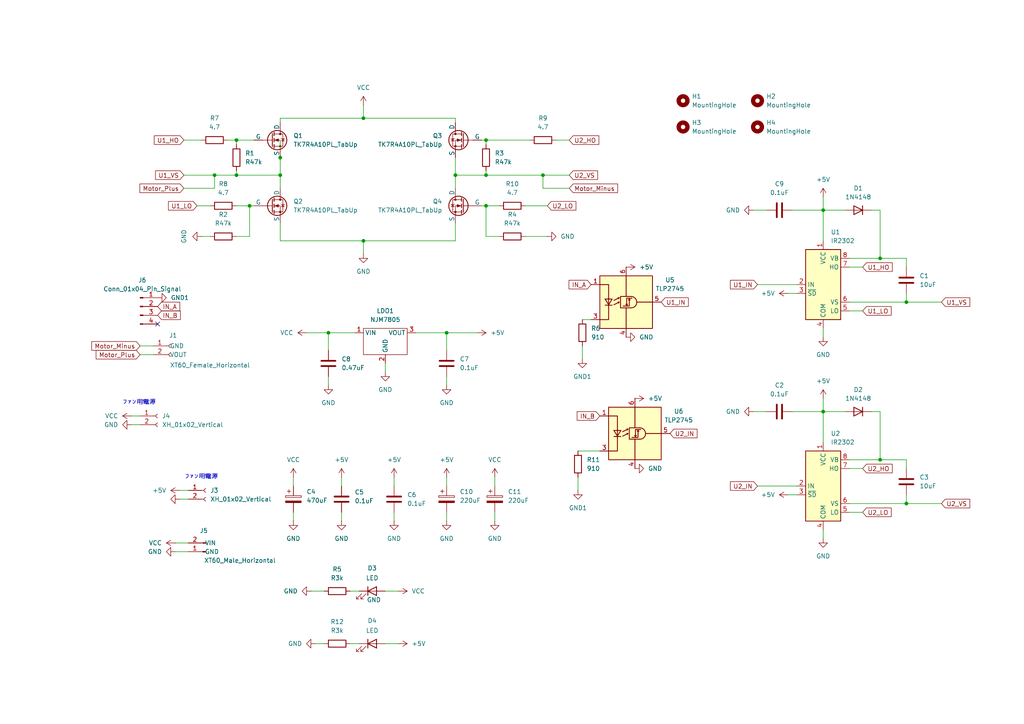
<source format=kicad_sch>
(kicad_sch (version 20250114) (generator "eeschema") (generator_version "9.0")
  (paper "A4")
  (title_block (title "モータードライバ_IR2302") (date "2025-07-11") (rev "1") (company "明治大学オートメーション研究部") (comment 1 "KIM JIWOO") (comment 2 "機械情報工学科"))
  (lib_symbols
    (symbol "00_mylib:1N4148" (pin_numbers (hide yes)) (pin_names (hide yes))
      (property "Reference" "D" (at 0 2.54 0))
      (property "Value" "1N4148" (at 0 -2.54 0))
      (symbol "1N4148_0_1"
        (polyline (pts (xy -1.27 1.27) (xy -1.27 -1.27)) (stroke (width 0.254)))
        (polyline (pts (xy 1.27 1.27) (xy 1.27 -1.27) (xy -1.27 0) (xy 1.27 1.27)) (stroke (width 0.254)))
        (polyline (pts (xy 1.27 0) (xy -1.27 0)))
      )
      (symbol "1N4148_1_1"
        (pin passive line (at -3.81 0 0) (length 2.54) (name "K") (number "1"))
        (pin passive line (at 3.81 0 180) (length 2.54) (name "A") (number "2"))
      )
    )
    (symbol "00_mylib:C2012" (pin_numbers (hide yes)) (pin_names (offset 0.254))
      (property "Reference" "C" (at 0.635 2.54 0))
      (property "Value" "C2012" (at 0.635 -2.54 0))
      (symbol "C2012_0_1"
        (polyline (pts (xy -2.032 0.762) (xy 2.032 0.762)) (stroke (width 0.508)))
        (polyline (pts (xy -2.032 -0.762) (xy 2.032 -0.762)) (stroke (width 0.508)))
      )
      (symbol "C2012_1_1"
        (pin passive line (at 0 3.81 270) (length 2.794) (name "~") (number "1"))
        (pin passive line (at 0 -3.81 90) (length 2.794) (name "~") (number "2"))
      )
    )
    (symbol "00_mylib:C_Polarized" (pin_numbers (hide yes)) (pin_names (offset 0.254))
      (property "Reference" "C" (at 0.635 2.54 0))
      (property "Value" "C_Polarized" (at 0.635 -2.54 0))
      (symbol "C_Polarized_0_1"
        (rectangle (start -2.286 0.508) (end 2.286 1.016))
        (polyline (pts (xy -1.778 2.286) (xy -0.762 2.286)))
        (polyline (pts (xy -1.27 2.794) (xy -1.27 1.778)))
        (rectangle (start 2.286 -0.508) (end -2.286 -1.016) (fill (type outline)))
      )
      (symbol "C_Polarized_1_1"
        (pin passive line (at 0 3.81 270) (length 2.794) (name "~") (number "1"))
        (pin passive line (at 0 -3.81 90) (length 2.794) (name "~") (number "2"))
      )
    )
    (symbol "00_mylib:IR2302"
      (property "Reference" "U" (at 1.27 13.335 0))
      (property "Value" "IR2302" (at 1.27 11.43 0))
      (symbol "IR2302_0_1"
        (rectangle (start -5.08 -10.16) (end 5.08 10.16) (stroke (width 0.254)) (fill (type background)))
      )
      (symbol "IR2302_1_1"
        (pin input line (at -7.62 0 0) (length 2.54) (name "IN") (number "2"))
        (pin input line (at -7.62 -2.54 0) (length 2.54) (name "~{SD}") (number "3"))
        (pin power_in line (at 0 12.7 270) (length 2.54) (name "VCC") (number "1"))
        (pin power_in line (at 0 -12.7 90) (length 2.54) (name "COM") (number "4"))
        (pin passive line (at 7.62 7.62 180) (length 2.54) (name "VB") (number "8"))
        (pin output line (at 7.62 5.08 180) (length 2.54) (name "HO") (number "7"))
        (pin passive line (at 7.62 -5.08 180) (length 2.54) (name "VS") (number "6"))
        (pin output line (at 7.62 -7.62 180) (length 2.54) (name "LO") (number "5"))
      )
    )
    (symbol "00_mylib:NJM7805SDL1"
      (property "Reference" "LDO" (at -0.762 5.334 0))
      (property "Value" "NJM7805" (at -0.254 7.112 0))
      (symbol "NJM7805SDL1_0_1"
        (rectangle (start -6.35 3.81) (end 6.35 -3.81))
      )
      (symbol "NJM7805SDL1_1_1"
        (pin power_in line (at -8.89 2.54 0) (length 2.54) (name "VIN") (number "1"))
        (pin input line (at 0 -6.35 90) (length 2.54) (name "GND") (number "2"))
        (pin power_out line (at 8.89 2.54 180) (length 2.54) (name "VOUT") (number "3"))
      )
    )
    (symbol "00_mylib:R1608" (pin_numbers (hide yes)) (pin_names (offset 0))
      (property "Reference" "R" (at 2.032 0 90))
      (property "Value" "R1608" (at 0 0 90))
      (symbol "R1608_0_1"
        (rectangle (start -1.016 -2.54) (end 1.016 2.54) (stroke (width 0.254)))
      )
      (symbol "R1608_1_1"
        (pin passive line (at 0 3.81 270) (length 1.27) (name "~") (number "1"))
        (pin passive line (at 0 -3.81 90) (length 1.27) (name "~") (number "2"))
      )
    )
    (symbol "00_mylib:TK7R4A10PL" (pin_numbers (hide yes)) (pin_names (offset 0))
      (property "Reference" "Q" (at 5.08 1.27 0))
      (property "Value" "TK7R4A10PL_TabUp" (at 5.08 -1.27 0))
      (symbol "TK7R4A10PL_0_1"
        (polyline (pts (xy 0.254 1.905) (xy 0.254 -1.905)) (stroke (width 0.254)))
        (polyline (pts (xy 0.254 0) (xy -2.54 0)))
        (polyline (pts (xy 0.762 2.286) (xy 0.762 1.27)) (stroke (width 0.254)))
        (polyline (pts (xy 0.762 0.508) (xy 0.762 -0.508)) (stroke (width 0.254)))
        (polyline (pts (xy 0.762 -1.27) (xy 0.762 -2.286)) (stroke (width 0.254)))
        (polyline (pts (xy 0.762 -1.778) (xy 3.302 -1.778) (xy 3.302 1.778) (xy 0.762 1.778)))
        (polyline (pts (xy 1.016 0) (xy 2.032 0.381) (xy 2.032 -0.381) (xy 1.016 0)) (fill (type outline)))
        (circle (center 1.651 0) (radius 2.794) (stroke (width 0.254)))
        (polyline (pts (xy 2.54 2.54) (xy 2.54 1.778)))
        (circle (center 2.54 1.778) (radius 0.254) (fill (type outline)))
        (circle (center 2.54 -1.778) (radius 0.254) (fill (type outline)))
        (polyline (pts (xy 2.54 -2.54) (xy 2.54 0) (xy 0.762 0)))
        (polyline (pts (xy 2.794 0.508) (xy 2.921 0.381) (xy 3.683 0.381) (xy 3.81 0.254)))
        (polyline (pts (xy 3.302 0.381) (xy 2.921 -0.254) (xy 3.683 -0.254) (xy 3.302 0.381)))
      )
      (symbol "TK7R4A10PL_1_1"
        (pin input line (at -5.08 0 0) (length 2.54) (name "G") (number "2"))
        (pin passive line (at 2.54 5.08 270) (length 2.54) (name "D") (number "1"))
        (pin passive line (at 2.54 -5.08 90) (length 2.54) (name "S") (number "3"))
      )
    )
    (symbol "00_mylib:XH_01x02" (pin_names (offset 1.016) (hide yes))
      (property "Reference" "J" (at 0 2.54 0))
      (property "Value" "XH_01x02_Vertical" (at 0 -5.08 0))
      (symbol "XH_01x02_1_1"
        (polyline (pts (xy -1.27 0) (xy -0.508 0)) (stroke (width 0.1524)))
        (polyline (pts (xy -1.27 -2.54) (xy -0.508 -2.54)) (stroke (width 0.1524)))
        (arc (start 0 -0.508) (mid -0.5058 0) (end 0 0.508) (stroke (width 0.1524)))
        (arc (start 0 -3.048) (mid -0.5058 -2.54) (end 0 -2.032) (stroke (width 0.1524)))
        (pin passive line (at -5.08 0 0) (length 3.81) (name "Pin_1") (number "1"))
        (pin passive line (at -5.08 -2.54 0) (length 3.81) (name "Pin_2") (number "2"))
      )
    )
    (symbol "00_mylib:XT60_Female_Horizontal" (pin_names (offset 1.016))
      (property "Reference" "J" (at 0 2.54 0))
      (property "Value" "XT60_Female_Horizontal" (at 0 -5.08 0))
      (symbol "XT60_Female_Horizontal_1_1"
        (polyline (pts (xy -1.27 0) (xy -0.508 0)) (stroke (width 0.1524)))
        (polyline (pts (xy -1.27 -2.54) (xy -0.508 -2.54)) (stroke (width 0.1524)))
        (arc (start 0 -0.508) (mid -0.5058 0) (end 0 0.508) (stroke (width 0.1524)))
        (arc (start 0 -3.048) (mid -0.5058 -2.54) (end 0 -2.032) (stroke (width 0.1524)))
        (pin passive line (at -5.08 0 0) (length 3.81) (name "GND") (number "1"))
        (pin power_in line (at -5.08 -2.54 0) (length 3.81) (name "VOUT") (number "2"))
      )
    )
    (symbol "00_mylib:XT60_Male_Horizontal" (pin_names (offset 1.016))
      (property "Reference" "J" (at 0 2.54 0))
      (property "Value" "XT60_Male_Horizontal" (at 0 -5.08 0))
      (symbol "XT60_Male_Horizontal_1_1"
        (rectangle (start 0.8636 0.127) (end 0 -0.127) (stroke (width 0.1524)) (fill (type outline)))
        (rectangle (start 0.8636 -2.413) (end 0 -2.667) (stroke (width 0.1524)) (fill (type outline)))
        (polyline (pts (xy 1.27 0) (xy 0.8636 0)) (stroke (width 0.1524)))
        (polyline (pts (xy 1.27 -2.54) (xy 0.8636 -2.54)) (stroke (width 0.1524)))
        (pin passive line (at 5.08 0 180) (length 3.81) (name "GND") (number "1"))
        (pin power_out line (at 5.08 -2.54 180) (length 3.81) (name "VIN") (number "2"))
      )
    )
    (symbol "Connector:Conn_01x04_Pin" (pin_names (offset 1.016) (hide yes))
      (property "Reference" "J" (at 0 5.08 0))
      (property "Value" "Conn_01x04_Pin" (at 0 -7.62 0))
      (symbol "Conn_01x04_Pin_1_1"
        (rectangle (start 0.8636 2.667) (end 0 2.413) (stroke (width 0.1524)) (fill (type outline)))
        (rectangle (start 0.8636 0.127) (end 0 -0.127) (stroke (width 0.1524)) (fill (type outline)))
        (rectangle (start 0.8636 -2.413) (end 0 -2.667) (stroke (width 0.1524)) (fill (type outline)))
        (rectangle (start 0.8636 -4.953) (end 0 -5.207) (stroke (width 0.1524)) (fill (type outline)))
        (polyline (pts (xy 1.27 2.54) (xy 0.8636 2.54)) (stroke (width 0.1524)))
        (polyline (pts (xy 1.27 0) (xy 0.8636 0)) (stroke (width 0.1524)))
        (polyline (pts (xy 1.27 -2.54) (xy 0.8636 -2.54)) (stroke (width 0.1524)))
        (polyline (pts (xy 1.27 -5.08) (xy 0.8636 -5.08)) (stroke (width 0.1524)))
        (pin passive line (at 5.08 2.54 180) (length 3.81) (name "Pin_1") (number "1"))
        (pin passive line (at 5.08 0 180) (length 3.81) (name "Pin_2") (number "2"))
        (pin passive line (at 5.08 -2.54 180) (length 3.81) (name "Pin_3") (number "3"))
        (pin passive line (at 5.08 -5.08 180) (length 3.81) (name "Pin_4") (number "4"))
      )
    )
    (symbol "Device:LED" (pin_numbers (hide yes)) (pin_names (offset 1.016) (hide yes))
      (property "Reference" "D" (at 0 2.54 0))
      (property "Value" "LED" (at 0 -2.54 0))
      (symbol "LED_0_1"
        (polyline (pts (xy -3.048 -0.762) (xy -4.572 -2.286) (xy -3.81 -2.286) (xy -4.572 -2.286) (xy -4.572 -1.524)))
        (polyline (pts (xy -1.778 -0.762) (xy -3.302 -2.286) (xy -2.54 -2.286) (xy -3.302 -2.286) (xy -3.302 -1.524)))
        (polyline (pts (xy -1.27 0) (xy 1.27 0)))
        (polyline (pts (xy -1.27 -1.27) (xy -1.27 1.27)) (stroke (width 0.254)))
        (polyline (pts (xy 1.27 -1.27) (xy 1.27 1.27) (xy -1.27 0) (xy 1.27 -1.27)) (stroke (width 0.254)))
      )
      (symbol "LED_1_1"
        (pin passive line (at -3.81 0 0) (length 2.54) (name "K") (number "1"))
        (pin passive line (at 3.81 0 180) (length 2.54) (name "A") (number "2"))
      )
    )
    (symbol "Isolator:TLP2745" (pin_names (offset 1.016) (hide yes))
      (property "Reference" "U" (at -7.112 8.89 0))
      (property "Value" "TLP2745" (at 1.016 9.144 0))
      (symbol "TLP2745_0_1"
        (rectangle (start -7.62 7.62) (end 7.62 -7.62) (stroke (width 0.254)) (fill (type background)))
        (polyline (pts (xy -7.62 -5.08) (xy -5.08 -5.08) (xy -5.08 -1.27)) (stroke (width 0.254)))
        (polyline (pts (xy -6.096 0.889) (xy -4.064 0.889) (xy -5.08 -0.762) (xy -6.096 0.889)) (stroke (width 0.254)))
        (polyline (pts (xy -6.096 -0.889) (xy -4.064 -0.889)) (stroke (width 0.254)))
        (polyline (pts (xy -5.08 1.27) (xy -5.08 0.9144)) (stroke (width 0.254)))
        (polyline (pts (xy -5.08 1.27) (xy -5.08 5.08) (xy -7.62 5.08)) (stroke (width 0.254)))
        (polyline (pts (xy -5.08 1.016) (xy -5.08 -0.762)) (stroke (width 0.254)))
        (polyline (pts (xy -5.08 -1.27) (xy -5.08 -0.9144)) (stroke (width 0.254)))
        (polyline (pts (xy -3.556 0.508) (xy -2.032 1.27)) (stroke (width 0.254)))
        (polyline (pts (xy -3.556 -0.762) (xy -2.032 0)) (stroke (width 0.254)))
        (polyline (pts (xy -2.032 1.27) (xy -2.3368 1.3208)) (stroke (width 0.254)))
        (polyline (pts (xy -2.032 1.27) (xy -2.1844 0.9652)) (stroke (width 0.254)))
        (polyline (pts (xy -2.032 0) (xy -2.3368 0.0508)) (stroke (width 0.254)))
        (polyline (pts (xy -2.032 0) (xy -2.1844 -0.3048)) (stroke (width 0.254)))
        (polyline (pts (xy 0 7.5946) (xy 0 1.7018)) (stroke (width 0.254)))
        (polyline (pts (xy 0 -7.62) (xy 0 -1.651)) (stroke (width 0.254)))
        (polyline (pts (xy 0.1524 -0.889) (xy -0.1016 -0.635) (xy 0.4064 -0.635)) (stroke (width 0.254)))
        (polyline (pts (xy 0.9144 0.889) (xy 0.9144 -1.143) (xy -0.8636 -1.143)) (stroke (width 0.254)))
        (polyline (pts (xy 0.9144 0.889) (xy 0.6604 0.635) (xy 1.1684 0.635) (xy 0.9144 0.889)) (stroke (width 0.254)))
        (arc (start 1.4224 1.651) (mid 2.5738 1.1514) (end 3.0734 0) (stroke (width 0.254)))
        (polyline (pts (xy 1.4224 1.651) (xy -1.6256 1.651) (xy -1.6256 -1.651) (xy 1.4224 -1.651)) (stroke (width 0.254)))
        (arc (start 3.0734 0) (mid 2.6076 -1.1853) (end 1.4224 -1.651) (stroke (width 0.254)))
        (polyline (pts (xy 1.6764 1.143) (xy 0.1524 1.143) (xy 0.1524 -0.889) (xy 0.4064 -0.635)) (stroke (width 0.254)))
        (polyline (pts (xy 7.5946 0) (xy 3.0734 0)) (stroke (width 0.254)))
      )
      (symbol "TLP2745_1_1"
        (pin passive line (at -10.16 5.08 0) (length 2.54) (name "A") (number "1"))
        (pin passive line (at -10.16 -5.08 0) (length 2.54) (name "K") (number "3"))
        (pin no_connect line (at -7.62 0 0) (length 2.54) (hide yes) (name "NC") (number "2"))
        (pin power_in line (at 0 10.16 270) (length 2.54) (name "VDD") (number "6"))
        (pin power_in line (at 0 -10.16 90) (length 2.54) (name "GND") (number "4"))
        (pin output line (at 10.16 0 180) (length 2.54) (name "VO") (number "5"))
      )
    )
    (symbol "Mechanical:MountingHole" (pin_names (offset 1.016)) (in_bom no)
      (property "Reference" "H" (at 0 5.08 0))
      (property "Value" "MountingHole" (at 0 3.175 0))
      (symbol "MountingHole_0_1"
        (circle (center 0 0) (radius 1.27) (stroke (width 1.27)))
      )
    )
    (symbol "power:+5V" (power) (pin_numbers (hide yes)) (pin_names (offset 0) (hide yes))
      (property "Value" "+5V" (at 0 3.556 0))
      (symbol "+5V_0_1"
        (polyline (pts (xy -0.762 1.27) (xy 0 2.54)))
        (polyline (pts (xy 0 2.54) (xy 0.762 1.27)))
        (polyline (pts (xy 0 0) (xy 0 2.54)))
      )
      (symbol "+5V_1_1"
        (pin power_in line (at 0 0 90) (length 0) (name "~") (number "1"))
      )
    )
    (symbol "power:GND" (power) (pin_numbers (hide yes)) (pin_names (offset 0) (hide yes))
      (property "Value" "GND" (at 0 -3.81 0))
      (symbol "GND_0_1"
        (polyline (pts (xy 0 0) (xy 0 -1.27) (xy 1.27 -1.27) (xy 0 -2.54) (xy -1.27 -1.27) (xy 0 -1.27)))
      )
      (symbol "GND_1_1"
        (pin power_in line (at 0 0 270) (length 0) (name "~") (number "1"))
      )
    )
    (symbol "power:GND1" (power) (pin_numbers (hide yes)) (pin_names (offset 0) (hide yes))
      (property "Value" "GND1" (at 0 -3.81 0))
      (symbol "GND1_0_1"
        (polyline (pts (xy 0 0) (xy 0 -1.27) (xy 1.27 -1.27) (xy 0 -2.54) (xy -1.27 -1.27) (xy 0 -1.27)))
      )
      (symbol "GND1_1_1"
        (pin power_in line (at 0 0 270) (length 0) (name "~") (number "1"))
      )
    )
    (symbol "power:VCC" (power) (pin_numbers (hide yes)) (pin_names (offset 0) (hide yes))
      (property "Value" "VCC" (at 0 3.556 0))
      (symbol "VCC_0_1"
        (polyline (pts (xy -0.762 1.27) (xy 0 2.54)))
        (polyline (pts (xy 0 2.54) (xy 0.762 1.27)))
        (polyline (pts (xy 0 0) (xy 0 2.54)))
      )
      (symbol "VCC_1_1"
        (pin power_in line (at 0 0 90) (length 0) (name "~") (number "1"))
      )
    )
  )
  (text "ファン用電源" (at 40.386 116.84 0) (effects (font (size 1.27 1.27))))
  (text "ファン用電源" (at 58.42 138.43 0) (effects (font (size 1.27 1.27))))
  (junction (at 238.76 60.96))
  (junction (at 129.54 96.52))
  (junction (at 140.97 50.8))
  (junction (at 68.58 50.8))
  (junction (at 262.89 87.63))
  (junction (at 262.89 146.05))
  (junction (at 132.08 50.8))
  (junction (at 157.48 50.8))
  (junction (at 255.27 133.35))
  (junction (at 81.28 45.72))
  (junction (at 62.23 50.8))
  (junction (at 140.97 40.64))
  (junction (at 72.39 59.69))
  (junction (at 255.27 74.93))
  (junction (at 238.76 119.38))
  (junction (at 105.41 69.85))
  (junction (at 68.58 40.64))
  (junction (at 140.97 59.69))
  (junction (at 95.25 96.52))
  (junction (at 105.41 34.29))
  (junction (at 81.28 50.8))
  (no_connect (at 45.72 93.98))
  (wire (pts (xy 111.76 171.45) (xy 115.57 171.45)))
  (wire (pts (xy 246.38 135.89) (xy 250.19 135.89)))
  (wire (pts (xy 52.07 142.24) (xy 54.61 142.24)))
  (wire (pts (xy 140.97 41.91) (xy 140.97 40.64)))
  (wire (pts (xy 120.65 96.52) (xy 129.54 96.52)))
  (wire (pts (xy 262.89 143.51) (xy 262.89 146.05)))
  (wire (pts (xy 72.39 59.69) (xy 73.66 59.69)))
  (wire (pts (xy 60.96 68.58) (xy 58.42 68.58)))
  (wire (pts (xy 262.89 135.89) (xy 262.89 133.35)))
  (wire (pts (xy 99.06 138.43) (xy 99.06 140.97)))
  (wire (pts (xy 238.76 119.38) (xy 245.11 119.38)))
  (wire (pts (xy 129.54 96.52) (xy 129.54 101.6)))
  (wire (pts (xy 238.76 95.25) (xy 238.76 97.79)))
  (wire (pts (xy 50.8 157.48) (xy 54.61 157.48)))
  (wire (pts (xy 139.7 40.64) (xy 140.97 40.64)))
  (wire (pts (xy 68.58 50.8) (xy 81.28 50.8)))
  (wire (pts (xy 262.89 74.93) (xy 255.27 74.93)))
  (wire (pts (xy 168.91 92.71) (xy 171.45 92.71)))
  (wire (pts (xy 53.34 40.64) (xy 58.42 40.64)))
  (wire (pts (xy 255.27 119.38) (xy 255.27 133.35)))
  (wire (pts (xy 101.6 171.45) (xy 104.14 171.45)))
  (wire (pts (xy 161.29 40.64) (xy 165.1 40.64)))
  (wire (pts (xy 262.89 146.05) (xy 273.05 146.05)))
  (wire (pts (xy 85.09 148.59) (xy 85.09 151.13)))
  (wire (pts (xy 62.23 54.61) (xy 62.23 50.8)))
  (wire (pts (xy 52.07 144.78) (xy 54.61 144.78)))
  (wire (pts (xy 88.9 96.52) (xy 95.25 96.52)))
  (wire (pts (xy 81.28 40.64) (xy 81.28 45.72)))
  (wire (pts (xy 262.89 133.35) (xy 255.27 133.35)))
  (wire (pts (xy 68.58 40.64) (xy 68.58 41.91)))
  (wire (pts (xy 68.58 40.64) (xy 73.66 40.64)))
  (wire (pts (xy 129.54 138.43) (xy 129.54 140.97)))
  (wire (pts (xy 81.28 34.29) (xy 105.41 34.29)))
  (wire (pts (xy 238.76 60.96) (xy 238.76 69.85)))
  (wire (pts (xy 85.09 138.43) (xy 85.09 140.97)))
  (wire (pts (xy 167.64 138.43) (xy 167.64 142.24)))
  (wire (pts (xy 218.44 60.96) (xy 222.25 60.96)))
  (wire (pts (xy 105.41 30.48) (xy 105.41 34.29)))
  (wire (pts (xy 38.1 123.19) (xy 40.64 123.19)))
  (wire (pts (xy 132.08 34.29) (xy 132.08 35.56)))
  (wire (pts (xy 38.1 120.65) (xy 40.64 120.65)))
  (wire (pts (xy 140.97 40.64) (xy 153.67 40.64)))
  (wire (pts (xy 255.27 60.96) (xy 255.27 74.93)))
  (wire (pts (xy 262.89 77.47) (xy 262.89 74.93)))
  (wire (pts (xy 114.3 138.43) (xy 114.3 140.97)))
  (wire (pts (xy 50.8 160.02) (xy 54.61 160.02)))
  (wire (pts (xy 114.3 148.59) (xy 114.3 151.13)))
  (wire (pts (xy 262.89 146.05) (xy 246.38 146.05)))
  (wire (pts (xy 252.73 60.96) (xy 255.27 60.96)))
  (wire (pts (xy 105.41 69.85) (xy 105.41 73.66)))
  (wire (pts (xy 53.34 50.8) (xy 62.23 50.8)))
  (wire (pts (xy 219.71 140.97) (xy 231.14 140.97)))
  (wire (pts (xy 157.48 50.8) (xy 165.1 50.8)))
  (wire (pts (xy 229.87 60.96) (xy 238.76 60.96)))
  (wire (pts (xy 152.4 59.69) (xy 158.75 59.69)))
  (wire (pts (xy 262.89 87.63) (xy 246.38 87.63)))
  (wire (pts (xy 238.76 115.57) (xy 238.76 119.38)))
  (wire (pts (xy 91.44 186.69) (xy 93.98 186.69)))
  (wire (pts (xy 40.64 102.87) (xy 44.45 102.87)))
  (wire (pts (xy 132.08 64.77) (xy 132.08 69.85)))
  (wire (pts (xy 95.25 96.52) (xy 102.87 96.52)))
  (wire (pts (xy 72.39 68.58) (xy 72.39 59.69)))
  (wire (pts (xy 40.64 100.33) (xy 44.45 100.33)))
  (wire (pts (xy 132.08 50.8) (xy 140.97 50.8)))
  (wire (pts (xy 238.76 60.96) (xy 245.11 60.96)))
  (wire (pts (xy 132.08 45.72) (xy 132.08 50.8)))
  (wire (pts (xy 140.97 50.8) (xy 157.48 50.8)))
  (wire (pts (xy 246.38 133.35) (xy 255.27 133.35)))
  (wire (pts (xy 129.54 96.52) (xy 138.43 96.52)))
  (wire (pts (xy 111.76 105.41) (xy 111.76 107.95)))
  (wire (pts (xy 81.28 45.72) (xy 81.28 50.8)))
  (wire (pts (xy 81.28 50.8) (xy 81.28 54.61)))
  (wire (pts (xy 246.38 90.17) (xy 250.19 90.17)))
  (wire (pts (xy 81.28 69.85) (xy 105.41 69.85)))
  (wire (pts (xy 105.41 34.29) (xy 132.08 34.29)))
  (wire (pts (xy 95.25 109.22) (xy 95.25 111.76)))
  (wire (pts (xy 68.58 49.53) (xy 68.58 50.8)))
  (wire (pts (xy 246.38 74.93) (xy 255.27 74.93)))
  (wire (pts (xy 140.97 59.69) (xy 144.78 59.69)))
  (wire (pts (xy 81.28 35.56) (xy 81.28 34.29)))
  (wire (pts (xy 238.76 57.15) (xy 238.76 60.96)))
  (wire (pts (xy 143.51 148.59) (xy 143.51 151.13)))
  (wire (pts (xy 246.38 77.47) (xy 250.19 77.47)))
  (wire (pts (xy 228.6 85.09) (xy 231.14 85.09)))
  (wire (pts (xy 143.51 138.43) (xy 143.51 140.97)))
  (wire (pts (xy 228.6 143.51) (xy 231.14 143.51)))
  (wire (pts (xy 62.23 50.8) (xy 68.58 50.8)))
  (wire (pts (xy 157.48 54.61) (xy 157.48 50.8)))
  (wire (pts (xy 53.34 54.61) (xy 62.23 54.61)))
  (wire (pts (xy 101.6 186.69) (xy 104.14 186.69)))
  (wire (pts (xy 246.38 148.59) (xy 250.19 148.59)))
  (wire (pts (xy 139.7 59.69) (xy 140.97 59.69)))
  (wire (pts (xy 218.44 119.38) (xy 222.25 119.38)))
  (wire (pts (xy 57.15 59.69) (xy 60.96 59.69)))
  (wire (pts (xy 140.97 68.58) (xy 144.78 68.58)))
  (wire (pts (xy 165.1 54.61) (xy 157.48 54.61)))
  (wire (pts (xy 99.06 148.59) (xy 99.06 151.13)))
  (wire (pts (xy 262.89 87.63) (xy 273.05 87.63)))
  (wire (pts (xy 229.87 119.38) (xy 238.76 119.38)))
  (wire (pts (xy 68.58 59.69) (xy 72.39 59.69)))
  (wire (pts (xy 140.97 68.58) (xy 140.97 59.69)))
  (wire (pts (xy 111.76 186.69) (xy 115.57 186.69)))
  (wire (pts (xy 132.08 50.8) (xy 132.08 54.61)))
  (wire (pts (xy 252.73 119.38) (xy 255.27 119.38)))
  (wire (pts (xy 81.28 64.77) (xy 81.28 69.85)))
  (wire (pts (xy 167.64 130.81) (xy 173.99 130.81)))
  (wire (pts (xy 90.17 171.45) (xy 93.98 171.45)))
  (wire (pts (xy 262.89 85.09) (xy 262.89 87.63)))
  (wire (pts (xy 238.76 153.67) (xy 238.76 156.21)))
  (wire (pts (xy 152.4 68.58) (xy 158.75 68.58)))
  (wire (pts (xy 105.41 69.85) (xy 132.08 69.85)))
  (wire (pts (xy 66.04 40.64) (xy 68.58 40.64)))
  (wire (pts (xy 140.97 49.53) (xy 140.97 50.8)))
  (wire (pts (xy 219.71 82.55) (xy 231.14 82.55)))
  (wire (pts (xy 129.54 109.22) (xy 129.54 111.76)))
  (wire (pts (xy 129.54 148.59) (xy 129.54 151.13)))
  (wire (pts (xy 68.58 68.58) (xy 72.39 68.58)))
  (wire (pts (xy 95.25 96.52) (xy 95.25 101.6)))
  (wire (pts (xy 238.76 119.38) (xy 238.76 128.27)))
  (wire (pts (xy 168.91 100.33) (xy 168.91 104.14)))
  (global_label "U2_IN" (shape input) (at 219.71 140.97 180) (property "Intersheetrefs" "${INTERSHEET_REFS}" (effects (hide yes))))
  (global_label "IN_A" (shape input) (at 45.72 88.9 0) (property "Intersheetrefs" "${INTERSHEET_REFS}" (effects (hide yes))))
  (global_label "Motor_Plus" (shape input) (at 40.64 102.87 180) (property "Intersheetrefs" "${INTERSHEET_REFS}" (effects (hide yes))))
  (global_label "U1_IN" (shape input) (at 191.77 87.63 0) (property "Intersheetrefs" "${INTERSHEET_REFS}" (effects (hide yes))))
  (global_label "Motor_Minus" (shape input) (at 40.64 100.33 180) (property "Intersheetrefs" "${INTERSHEET_REFS}" (effects (hide yes))))
  (global_label "IN_A" (shape input) (at 171.45 82.55 180) (property "Intersheetrefs" "${INTERSHEET_REFS}" (effects (hide yes))))
  (global_label "U2_VS" (shape input) (at 273.05 146.05 0) (property "Intersheetrefs" "${INTERSHEET_REFS}" (effects (hide yes))))
  (global_label "U1_IN" (shape input) (at 219.71 82.55 180) (property "Intersheetrefs" "${INTERSHEET_REFS}" (effects (hide yes))))
  (global_label "U2_VS" (shape input) (at 165.1 50.8 0) (property "Intersheetrefs" "${INTERSHEET_REFS}" (effects (hide yes))))
  (global_label "Motor_Minus" (shape input) (at 165.1 54.61 0) (property "Intersheetrefs" "${INTERSHEET_REFS}" (effects (hide yes))))
  (global_label "Motor_Plus" (shape input) (at 53.34 54.61 180) (property "Intersheetrefs" "${INTERSHEET_REFS}" (effects (hide yes))))
  (global_label "U1_HO" (shape input) (at 53.34 40.64 180) (property "Intersheetrefs" "${INTERSHEET_REFS}" (effects (hide yes))))
  (global_label "U2_IN" (shape input) (at 194.31 125.73 0) (property "Intersheetrefs" "${INTERSHEET_REFS}" (effects (hide yes))))
  (global_label "U1_LO" (shape input) (at 250.19 90.17 0) (property "Intersheetrefs" "${INTERSHEET_REFS}" (effects (hide yes))))
  (global_label "U2_LO" (shape input) (at 250.19 148.59 0) (property "Intersheetrefs" "${INTERSHEET_REFS}" (effects (hide yes))))
  (global_label "U2_LO" (shape input) (at 158.75 59.69 0) (property "Intersheetrefs" "${INTERSHEET_REFS}" (effects (hide yes))))
  (global_label "U1_HO" (shape input) (at 250.19 77.47 0) (property "Intersheetrefs" "${INTERSHEET_REFS}" (effects (hide yes))))
  (global_label "U2_HO" (shape input) (at 250.19 135.89 0) (property "Intersheetrefs" "${INTERSHEET_REFS}" (effects (hide yes))))
  (global_label "U1_LO" (shape input) (at 57.15 59.69 180) (property "Intersheetrefs" "${INTERSHEET_REFS}" (effects (hide yes))))
  (global_label "U1_VS" (shape input) (at 53.34 50.8 180) (property "Intersheetrefs" "${INTERSHEET_REFS}" (effects (hide yes))))
  (global_label "IN_B" (shape input) (at 45.72 91.44 0) (property "Intersheetrefs" "${INTERSHEET_REFS}" (effects (hide yes))))
  (global_label "U2_HO" (shape input) (at 165.1 40.64 0) (property "Intersheetrefs" "${INTERSHEET_REFS}" (effects (hide yes))))
  (global_label "U1_VS" (shape input) (at 273.05 87.63 0) (property "Intersheetrefs" "${INTERSHEET_REFS}" (effects (hide yes))))
  (global_label "IN_B" (shape input) (at 173.99 120.65 180) (property "Intersheetrefs" "${INTERSHEET_REFS}" (effects (hide yes))))
  (symbol (lib_id "power:GND") (at 129.54 111.76 0) (unit 1)
    (property "Reference" "#PWR032" (effects (hide yes)))
    (property "Value" "GND" (at 129.54 116.84 0))
    (property "Description" "Power symbol creates a global label with name \"GND\" , ground" (effects (hide yes)))
  )
  (symbol (lib_id "power:GND") (at 184.15 135.89 90) (unit 1)
    (property "Reference" "#PWR042" (effects (hide yes)))
    (property "Value" "GND" (at 187.96 135.8899 90) (effects (justify right)))
    (property "Description" "Power symbol creates a global label with name \"GND\" , ground" (effects (hide yes)))
  )
  (symbol (lib_id "Device:LED") (at 107.95 171.45 0) (unit 1)
    (property "Reference" "D3" (at 107.95 164.7825 0))
    (property "Value" "LED" (at 107.95 167.64 0))
    (property "Footprint" "Diode_SMD:D_0603_1608Metric_Pad1.05x0.95mm_HandSolder" (effects (hide yes)))
    (property "Description" "Light emitting diode" (effects (hide yes)))
    (property "Sim.Pins" "1=K 2=A" (effects (hide yes)))
  )
  (symbol (lib_id "power:GND") (at 50.8 160.02 270) (unit 1)
    (property "Reference" "#PWR040" (effects (hide yes)))
    (property "Value" "GND" (at 46.99 160.0199 90) (effects (justify right)))
    (property "Description" "Power symbol creates a global label with name \"GND\" , ground" (effects (hide yes)))
  )
  (symbol (lib_id "power:+5V") (at 184.15 115.57 270) (unit 1)
    (property "Reference" "#PWR016" (effects (hide yes)))
    (property "Value" "+5V" (at 187.96 115.5699 90) (effects (justify left)))
    (property "Description" "Power symbol creates a global label with name \"+5V\"" (effects (hide yes)))
  )
  (symbol (lib_id "power:GND") (at 85.09 151.13 0) (unit 1)
    (property "Reference" "#PWR034" (effects (hide yes)))
    (property "Value" "GND" (at 85.09 156.21 0))
    (property "Description" "Power symbol creates a global label with name \"GND\" , ground" (effects (hide yes)))
  )
  (symbol (lib_id "power:+5V") (at 114.3 138.43 0) (unit 1)
    (property "Reference" "#PWR029" (effects (hide yes)))
    (property "Value" "+5V" (at 114.3 133.35 0))
    (property "Description" "Power symbol creates a global label with name \"+5V\"" (effects (hide yes)))
  )
  (symbol (lib_id "power:GND") (at 143.51 151.13 0) (unit 1)
    (property "Reference" "#PWR036" (effects (hide yes)))
    (property "Value" "GND" (at 143.51 156.21 0))
    (property "Description" "Power symbol creates a global label with name \"GND\" , ground" (effects (hide yes)))
  )
  (symbol (lib_id "00_mylib:R1608") (at 157.48 40.64 90) (unit 1)
    (property "Reference" "R9" (at 157.48 34.29 90))
    (property "Value" "4.7" (at 157.48 36.83 90))
    (property "Footprint" "Resistor_SMD:R_0603_1608Metric_Pad0.98x0.95mm_HandSolder" (effects (hide yes)))
    (property "Description" "Resistor" (effects (hide yes)))
  )
  (symbol (lib_id "power:VCC") (at 88.9 96.52 90) (unit 1)
    (property "Reference" "#PWR01" (effects (hide yes)))
    (property "Value" "VCC" (at 85.09 96.5199 90) (effects (justify left)))
    (property "Description" "Power symbol creates a global label with name \"VCC\"" (effects (hide yes)))
  )
  (symbol (lib_id "power:GND") (at 181.61 97.79 90) (unit 1)
    (property "Reference" "#PWR028" (effects (hide yes)))
    (property "Value" "GND" (at 185.42 97.7899 90) (effects (justify right)))
    (property "Description" "Power symbol creates a global label with name \"GND\" , ground" (effects (hide yes)))
  )
  (symbol (lib_id "power:GND") (at 90.17 171.45 270) (unit 1)
    (property "Reference" "#PWR022" (effects (hide yes)))
    (property "Value" "GND" (at 86.36 171.4499 90) (effects (justify right)))
    (property "Description" "Power symbol creates a global label with name \"GND\" , ground" (effects (hide yes)))
  )
  (symbol (lib_id "00_mylib:R1608") (at 97.79 186.69 90) (unit 1)
    (property "Reference" "R12" (at 97.79 180.34 90))
    (property "Value" "R3k" (at 97.79 182.88 90))
    (property "Footprint" "Resistor_SMD:R_0603_1608Metric_Pad0.98x0.95mm_HandSolder" (effects (hide yes)))
    (property "Description" "Resistor" (effects (hide yes)))
  )
  (symbol (lib_id "power:+5V") (at 238.76 115.57 0) (unit 1)
    (property "Reference" "#PWR010" (effects (hide yes)))
    (property "Value" "+5V" (at 238.76 110.49 0))
    (property "Description" "Power symbol creates a global label with name \"+5V\"" (effects (hide yes)))
  )
  (symbol (lib_id "power:VCC") (at 105.41 30.48 0) (unit 1)
    (property "Reference" "#PWR012" (effects (hide yes)))
    (property "Value" "VCC" (at 105.41 25.4 0))
    (property "Description" "Power symbol creates a global label with name \"VCC\"" (effects (hide yes)))
  )
  (symbol (lib_id "00_mylib:R1608") (at 168.91 96.52 180) (unit 1)
    (property "Reference" "R6" (at 171.45 95.2499 0) (effects (justify right)))
    (property "Value" "910" (at 171.45 97.7899 0) (effects (justify right)))
    (property "Footprint" "Resistor_SMD:R_0603_1608Metric_Pad0.98x0.95mm_HandSolder" (effects (hide yes)))
    (property "Description" "Resistor" (effects (hide yes)))
  )
  (symbol (lib_id "00_mylib:NJM7805SDL1") (at 111.76 99.06 0) (unit 1)
    (property "Reference" "LDO1" (at 111.76 90.17 0))
    (property "Value" "NJM7805" (at 111.76 92.71 0))
    (property "Footprint" "Package_TO_SOT_SMD:TO-252-2" (effects (hide yes)))
  )
  (symbol (lib_id "00_mylib:XH_01x02") (at 59.69 142.24 0) (unit 1)
    (property "Reference" "J3" (at 60.96 142.2399 0) (effects (justify left)))
    (property "Value" "XH_01x02_Vertical" (at 60.96 144.7799 0) (effects (justify left)))
    (property "Footprint" "Connector_JST:JST_XH_S2B-XH-A_1x02_P2.50mm_Horizontal" (effects (hide yes)))
    (property "Description" "Generic connector, single row, 01x02, script generated" (effects (hide yes)))
  )
  (symbol (lib_id "power:GND1") (at 45.72 86.36 90) (mirror x) (unit 1)
    (property "Reference" "#PWR041" (effects (hide yes)))
    (property "Value" "GND1" (at 49.53 86.3599 90) (effects (justify right)))
    (property "Description" "Power symbol creates a global label with name \"GND1\" , ground" (effects (hide yes)))
  )
  (symbol (lib_id "00_mylib:C2012") (at 262.89 81.28 0) (unit 1)
    (property "Reference" "C1" (at 266.7 80.0099 0) (effects (justify left)))
    (property "Value" "10uF" (at 266.7 82.5499 0) (effects (justify left)))
    (property "Footprint" "Capacitor_SMD:C_0805_2012Metric_Pad1.18x1.45mm_HandSolder" (effects (hide yes)))
    (property "Description" "Unpolarized capacitor" (effects (hide yes)))
  )
  (symbol (lib_id "00_mylib:C2012") (at 129.54 105.41 180) (unit 1)
    (property "Reference" "C7" (at 133.35 104.1399 0) (effects (justify right)))
    (property "Value" "0.1uF" (at 133.35 106.6799 0) (effects (justify right)))
    (property "Footprint" "Capacitor_SMD:C_0805_2012Metric_Pad1.18x1.45mm_HandSolder" (effects (hide yes)))
    (property "Description" "Unpolarized capacitor" (effects (hide yes)))
  )
  (symbol (lib_id "power:GND") (at 114.3 151.13 0) (unit 1)
    (property "Reference" "#PWR030" (effects (hide yes)))
    (property "Value" "GND" (at 114.3 156.21 0))
    (property "Description" "Power symbol creates a global label with name \"GND\" , ground" (effects (hide yes)))
  )
  (symbol (lib_id "00_mylib:C2012") (at 262.89 139.7 0) (unit 1)
    (property "Reference" "C3" (at 266.7 138.4299 0) (effects (justify left)))
    (property "Value" "10uF" (at 266.7 140.9699 0) (effects (justify left)))
    (property "Footprint" "Capacitor_SMD:C_0805_2012Metric_Pad1.18x1.45mm_HandSolder" (effects (hide yes)))
    (property "Description" "Unpolarized capacitor" (effects (hide yes)))
  )
  (symbol (lib_id "Mechanical:MountingHole") (at 198.12 36.83 0) (unit 1) (in_bom no)
    (property "Reference" "H3" (at 200.66 35.5599 0) (effects (justify left)))
    (property "Value" "MountingHole" (at 200.66 38.0999 0) (effects (justify left)))
    (property "Footprint" "MountingHole:MountingHole_3.2mm_M3" (effects (hide yes)))
    (property "Description" "Mounting Hole without connection" (effects (hide yes)))
  )
  (symbol (lib_id "power:GND") (at 58.42 68.58 270) (unit 1)
    (property "Reference" "#PWR014" (effects (hide yes)))
    (property "Value" "GND" (at 53.34 68.58 0))
    (property "Description" "Power symbol creates a global label with name \"GND\" , ground" (effects (hide yes)))
  )
  (symbol (lib_id "00_mylib:R1608") (at 167.64 134.62 0) (unit 1)
    (property "Reference" "R11" (at 170.18 133.3499 0) (effects (justify left)))
    (property "Value" "910" (at 170.18 135.8899 0) (effects (justify left)))
    (property "Footprint" "Resistor_SMD:R_0603_1608Metric_Pad0.98x0.95mm_HandSolder" (effects (hide yes)))
    (property "Description" "Resistor" (effects (hide yes)))
  )
  (symbol (lib_id "00_mylib:1N4148") (at 248.92 119.38 180) (unit 1)
    (property "Reference" "D2" (at 248.92 113.03 0))
    (property "Value" "1N4148" (at 248.92 115.57 0))
    (property "Footprint" "Diode_THT:D_DO-35_SOD27_P7.62mm_Horizontal" (effects (hide yes)))
    (property "Datasheet" "https://assets.nexperia.com/documents/data-sheet/1N4148_1N4448.pdf" (effects (hide yes)))
    (property "Description" "100V 0.15A standard switching diode, DO-35" (effects (hide yes)))
    (property "Sim.Device" "D" (effects (hide yes)))
    (property "Sim.Pins" "1=K 2=A" (effects (hide yes)))
  )
  (symbol (lib_id "power:VCC") (at 143.51 138.43 0) (unit 1)
    (property "Reference" "#PWR035" (effects (hide yes)))
    (property "Value" "VCC" (at 143.51 133.35 0))
    (property "Description" "Power symbol creates a global label with name \"VCC\"" (effects (hide yes)))
  )
  (symbol (lib_id "00_mylib:R1608") (at 64.77 68.58 270) (unit 1)
    (property "Reference" "R2" (at 64.77 62.23 90))
    (property "Value" "R47k" (at 64.77 64.77 90))
    (property "Footprint" "Resistor_SMD:R_0603_1608Metric_Pad0.98x0.95mm_HandSolder" (effects (hide yes)))
    (property "Description" "Resistor" (effects (hide yes)))
  )
  (symbol (lib_id "power:VCC") (at 115.57 171.45 270) (unit 1)
    (property "Reference" "#PWR025" (effects (hide yes)))
    (property "Value" "VCC" (at 119.38 171.4499 90) (effects (justify left)))
    (property "Description" "Power symbol creates a global label with name \"VCC\"" (effects (hide yes)))
  )
  (symbol (lib_id "power:+5V") (at 129.54 138.43 0) (unit 1)
    (property "Reference" "#PWR019" (effects (hide yes)))
    (property "Value" "+5V" (at 129.54 133.35 0))
    (property "Description" "Power symbol creates a global label with name \"+5V\"" (effects (hide yes)))
  )
  (symbol (lib_id "00_mylib:R1608") (at 140.97 45.72 0) (unit 1)
    (property "Reference" "R3" (at 143.51 44.4499 0) (effects (justify left)))
    (property "Value" "R47k" (at 143.51 46.9899 0) (effects (justify left)))
    (property "Footprint" "Resistor_SMD:R_0603_1608Metric_Pad0.98x0.95mm_HandSolder" (effects (hide yes)))
    (property "Description" "Resistor" (effects (hide yes)))
  )
  (symbol (lib_id "00_mylib:TK7R4A10PL") (at 78.74 59.69 0) (unit 1)
    (property "Reference" "Q2" (at 85.09 58.4199 0) (effects (justify left)))
    (property "Value" "TK7R4A10PL_TabUp" (at 85.09 60.9599 0) (effects (justify left)))
    (property "Footprint" "Package_TO_SOT_THT:TO-220-3_Horizontal_TabUp" (effects (hide yes)))
    (property "Datasheet" "https://ngspice.sourceforge.io/docs/ngspice-html-manual/manual.xhtml#cha_MOSFETs" (effects (hide yes)))
    (property "Description" "N-MOSFET transistor, drain/source/gate" (effects (hide yes)))
    (property "Sim.Device" "NMOS" (effects (hide yes)))
    (property "Sim.Type" "VDMOS" (effects (hide yes)))
    (property "Sim.Pins" "1=D 2=G 3=S" (effects (hide yes)))
  )
  (symbol (lib_id "power:+5V") (at 228.6 143.51 90) (unit 1)
    (property "Reference" "#PWR09" (effects (hide yes)))
    (property "Value" "+5V" (at 224.79 143.5099 90) (effects (justify left)))
    (property "Description" "Power symbol creates a global label with name \"+5V\"" (effects (hide yes)))
  )
  (symbol (lib_id "Device:LED") (at 107.95 186.69 0) (unit 1)
    (property "Reference" "D4" (at 107.95 180.0225 0))
    (property "Value" "LED" (at 107.95 182.88 0))
    (property "Footprint" "Diode_SMD:D_0603_1608Metric_Pad1.05x0.95mm_HandSolder" (effects (hide yes)))
    (property "Description" "Light emitting diode" (effects (hide yes)))
    (property "Sim.Pins" "1=K 2=A" (effects (hide yes)))
  )
  (symbol (lib_id "00_mylib:XH_01x02") (at 45.72 120.65 0) (unit 1)
    (property "Reference" "J4" (at 46.99 120.6499 0) (effects (justify left)))
    (property "Value" "XH_01x02_Vertical" (at 46.99 123.1899 0) (effects (justify left)))
    (property "Footprint" "Connector_JST:JST_XH_S2B-XH-A_1x02_P2.50mm_Horizontal" (effects (hide yes)))
    (property "Description" "Generic connector, single row, 01x02, script generated" (effects (hide yes)))
  )
  (symbol (lib_id "power:VCC") (at 38.1 120.65 90) (unit 1)
    (property "Reference" "#PWR037" (effects (hide yes)))
    (property "Value" "VCC" (at 34.29 120.6499 90) (effects (justify left)))
    (property "Description" "Power symbol creates a global label with name \"VCC\"" (effects (hide yes)))
  )
  (symbol (lib_id "00_mylib:TK7R4A10PL") (at 134.62 59.69 0) (mirror y) (unit 1)
    (property "Reference" "Q4" (at 128.27 58.4199 0) (effects (justify left)))
    (property "Value" "TK7R4A10PL_TabUp" (at 128.27 60.9599 0) (effects (justify left)))
    (property "Footprint" "Package_TO_SOT_THT:TO-220-3_Horizontal_TabUp" (effects (hide yes)))
    (property "Datasheet" "https://ngspice.sourceforge.io/docs/ngspice-html-manual/manual.xhtml#cha_MOSFETs" (effects (hide yes)))
    (property "Description" "N-MOSFET transistor, drain/source/gate" (effects (hide yes)))
    (property "Sim.Device" "NMOS" (effects (hide yes)))
    (property "Sim.Type" "VDMOS" (effects (hide yes)))
    (property "Sim.Pins" "1=D 2=G 3=S" (effects (hide yes)))
  )
  (symbol (lib_id "00_mylib:R1608") (at 148.59 68.58 90) (unit 1)
    (property "Reference" "R4" (at 148.59 62.23 90))
    (property "Value" "R47k" (at 148.59 64.77 90))
    (property "Footprint" "Resistor_SMD:R_0603_1608Metric_Pad0.98x0.95mm_HandSolder" (effects (hide yes)))
    (property "Description" "Resistor" (effects (hide yes)))
  )
  (symbol (lib_id "00_mylib:XT60_Female_Horizontal") (at 49.53 100.33 0) (unit 1)
    (property "Reference" "J1" (at 49.022 97.282 0) (effects (justify left)))
    (property "Value" "XT60_Female_Horizontal" (at 49.276 105.918 0) (effects (justify left)))
    (property "Footprint" "Connector_AMASS:AMASS_XT60PW-F_1x02_P7.20mm_Horizontal" (effects (hide yes)))
    (property "Description" "Generic connector, single row, 01x02, script generated" (effects (hide yes)))
  )
  (symbol (lib_id "00_mylib:TK7R4A10PL") (at 134.62 40.64 0) (mirror y) (unit 1)
    (property "Reference" "Q3" (at 128.27 39.3699 0) (effects (justify left)))
    (property "Value" "TK7R4A10PL_TabUp" (at 128.27 41.9099 0) (effects (justify left)))
    (property "Footprint" "Package_TO_SOT_THT:TO-220-3_Horizontal_TabUp" (effects (hide yes)))
    (property "Datasheet" "https://ngspice.sourceforge.io/docs/ngspice-html-manual/manual.xhtml#cha_MOSFETs" (effects (hide yes)))
    (property "Description" "N-MOSFET transistor, drain/source/gate" (effects (hide yes)))
    (property "Sim.Device" "NMOS" (effects (hide yes)))
    (property "Sim.Type" "VDMOS" (effects (hide yes)))
    (property "Sim.Pins" "1=D 2=G 3=S" (effects (hide yes)))
  )
  (symbol (lib_id "power:GND") (at 91.44 186.69 270) (unit 1)
    (property "Reference" "#PWR021" (effects (hide yes)))
    (property "Value" "GND" (at 87.63 186.6899 90) (effects (justify right)))
    (property "Description" "Power symbol creates a global label with name \"GND\" , ground" (effects (hide yes)))
  )
  (symbol (lib_id "power:+5V") (at 181.61 77.47 270) (unit 1)
    (property "Reference" "#PWR027" (effects (hide yes)))
    (property "Value" "+5V" (at 185.42 77.4699 90) (effects (justify left)))
    (property "Description" "Power symbol creates a global label with name \"+5V\"" (effects (hide yes)))
  )
  (symbol (lib_id "Isolator:TLP2745") (at 181.61 87.63 0) (unit 1)
    (property "Reference" "U5" (at 194.31 81.2098 0))
    (property "Value" "TLP2745" (at 194.31 83.7498 0))
    (property "Footprint" "Package_SO:SO-6L_10x3.84mm_P1.27mm" (effects (hide yes)))
    (property "Datasheet" "https://toshiba.semicon-storage.com/info/docget.jsp?did=29405&prodName=TLP2745" (effects (hide yes)))
    (property "Description" "10-Mbps low-power non inverting photocouple,5 kVrms, 4.5 - 30 Vdd, push-pull output" (effects (hide yes)))
  )
  (symbol (lib_id "power:GND") (at 218.44 119.38 270) (unit 1)
    (property "Reference" "#PWR08" (effects (hide yes)))
    (property "Value" "GND" (at 214.63 119.3799 90) (effects (justify right)))
    (property "Description" "Power symbol creates a global label with name \"GND\" , ground" (effects (hide yes)))
  )
  (symbol (lib_id "Mechanical:MountingHole") (at 219.71 29.21 0) (unit 1) (in_bom no)
    (property "Reference" "H2" (at 222.25 27.9399 0) (effects (justify left)))
    (property "Value" "MountingHole" (at 222.25 30.4799 0) (effects (justify left)))
    (property "Footprint" "MountingHole:MountingHole_3.2mm_M3" (effects (hide yes)))
    (property "Description" "Mounting Hole without connection" (effects (hide yes)))
  )
  (symbol (lib_id "power:GND") (at 218.44 60.96 270) (unit 1)
    (property "Reference" "#PWR05" (effects (hide yes)))
    (property "Value" "GND" (at 214.63 60.9599 90) (effects (justify right)))
    (property "Description" "Power symbol creates a global label with name \"GND\" , ground" (effects (hide yes)))
  )
  (symbol (lib_id "power:+5V") (at 52.07 142.24 90) (unit 1)
    (property "Reference" "#PWR017" (effects (hide yes)))
    (property "Value" "+5V" (at 48.26 142.2399 90) (effects (justify left)))
    (property "Description" "Power symbol creates a global label with name \"+5V\"" (effects (hide yes)))
  )
  (symbol (lib_id "power:GND") (at 52.07 144.78 270) (unit 1)
    (property "Reference" "#PWR018" (effects (hide yes)))
    (property "Value" "GND" (at 110.49 173.9899 90) (effects (justify right)))
    (property "Description" "Power symbol creates a global label with name \"GND\" , ground" (effects (hide yes)))
  )
  (symbol (lib_id "00_mylib:C_Polarized") (at 85.09 144.78 0) (unit 1)
    (property "Reference" "C4" (at 88.9 142.6209 0) (effects (justify left)))
    (property "Value" "470uF" (at 88.9 145.1609 0) (effects (justify left)))
    (property "Footprint" "Capacitor_THT:CP_Radial_D10.0mm_P5.00mm" (effects (hide yes)))
    (property "Datasheet" "35ZLH470MEFC10X16" (effects (hide yes)))
    (property "Description" "Polarized capacitor" (effects (hide yes)))
  )
  (symbol (lib_id "00_mylib:C2012") (at 226.06 60.96 90) (unit 1)
    (property "Reference" "C9" (at 226.06 53.34 90))
    (property "Value" "0.1uF" (at 226.06 55.88 90))
    (property "Footprint" "Capacitor_SMD:C_0805_2012Metric_Pad1.18x1.45mm_HandSolder" (effects (hide yes)))
    (property "Description" "Unpolarized capacitor" (effects (hide yes)))
  )
  (symbol (lib_id "00_mylib:XT60_Male_Horizontal") (at 59.69 160.02 180) (unit 1)
    (property "Reference" "J5" (at 57.912 153.924 0) (effects (justify right)))
    (property "Value" "XT60_Male_Horizontal" (at 59.182 162.56 0) (effects (justify right)))
    (property "Footprint" "Connector_AMASS:AMASS_XT60PW-M_1x02_P7.20mm_Horizontal" (effects (hide yes)))
    (property "Description" "Generic connector, single row, 01x02, script generated" (effects (hide yes)))
  )
  (symbol (lib_id "Connector:Conn_01x04_Pin") (at 40.64 88.9 0) (unit 1)
    (property "Reference" "J6" (at 41.275 81.28 0))
    (property "Value" "Conn_01x04_Pin_Signal" (at 41.275 83.82 0))
    (property "Footprint" "Connector_JST:JST_XH_S4B-XH-A_1x04_P2.50mm_Horizontal" (effects (hide yes)))
    (property "Description" "Generic connector, single row, 01x04, script generated" (effects (hide yes)))
  )
  (symbol (lib_id "power:+5V") (at 238.76 57.15 0) (unit 1)
    (property "Reference" "#PWR04" (effects (hide yes)))
    (property "Value" "+5V" (at 238.76 52.07 0))
    (property "Description" "Power symbol creates a global label with name \"+5V\"" (effects (hide yes)))
  )
  (symbol (lib_id "power:+5V") (at 138.43 96.52 270) (unit 1)
    (property "Reference" "#PWR03" (effects (hide yes)))
    (property "Value" "+5V" (at 142.24 96.5199 90) (effects (justify left)))
    (property "Description" "Power symbol creates a global label with name \"+5V\"" (effects (hide yes)))
  )
  (symbol (lib_id "00_mylib:C_Polarized") (at 129.54 144.78 0) (unit 1)
    (property "Reference" "C10" (at 133.35 142.6209 0) (effects (justify left)))
    (property "Value" "220uF" (at 133.35 145.1609 0) (effects (justify left)))
    (property "Footprint" "Capacitor_THT:CP_Radial_D8.0mm_P3.50mm" (effects (hide yes)))
    (property "Datasheet" "35ZLH220MEFC8X11.5" (effects (hide yes)))
    (property "Description" "Polarized capacitor" (effects (hide yes)))
  )
  (symbol (lib_id "00_mylib:R1608") (at 97.79 171.45 90) (unit 1)
    (property "Reference" "R5" (at 97.79 165.1 90))
    (property "Value" "R3k" (at 97.79 167.64 90))
    (property "Footprint" "Resistor_SMD:R_0603_1608Metric_Pad0.98x0.95mm_HandSolder" (effects (hide yes)))
    (property "Description" "Resistor" (effects (hide yes)))
  )
  (symbol (lib_id "power:GND1") (at 168.91 104.14 0) (unit 1)
    (property "Reference" "#PWR026" (effects (hide yes)))
    (property "Value" "GND1" (at 168.91 109.22 0))
    (property "Description" "Power symbol creates a global label with name \"GND1\" , ground" (effects (hide yes)))
  )
  (symbol (lib_id "power:GND") (at 95.25 111.76 0) (unit 1)
    (property "Reference" "#PWR031" (effects (hide yes)))
    (property "Value" "GND" (at 95.25 116.84 0))
    (property "Description" "Power symbol creates a global label with name \"GND\" , ground" (effects (hide yes)))
  )
  (symbol (lib_id "power:GND1") (at 167.64 142.24 0) (unit 1)
    (property "Reference" "#PWR043" (effects (hide yes)))
    (property "Value" "GND1" (at 167.64 147.32 0))
    (property "Description" "Power symbol creates a global label with name \"GND1\" , ground" (effects (hide yes)))
  )
  (symbol (lib_id "00_mylib:TK7R4A10PL") (at 78.74 40.64 0) (unit 1)
    (property "Reference" "Q1" (at 85.09 39.3699 0) (effects (justify left)))
    (property "Value" "TK7R4A10PL_TabUp" (at 85.09 41.9099 0) (effects (justify left)))
    (property "Footprint" "Package_TO_SOT_THT:TO-220-3_Horizontal_TabUp" (effects (hide yes)))
    (property "Datasheet" "https://ngspice.sourceforge.io/docs/ngspice-html-manual/manual.xhtml#cha_MOSFETs" (effects (hide yes)))
    (property "Description" "N-MOSFET transistor, drain/source/gate" (effects (hide yes)))
    (property "Sim.Device" "NMOS" (effects (hide yes)))
    (property "Sim.Type" "VDMOS" (effects (hide yes)))
    (property "Sim.Pins" "1=D 2=G 3=S" (effects (hide yes)))
  )
  (symbol (lib_id "00_mylib:C_Polarized") (at 143.51 144.78 0) (unit 1)
    (property "Reference" "C11" (at 147.32 142.6209 0) (effects (justify left)))
    (property "Value" "220uF" (at 147.32 145.1609 0) (effects (justify left)))
    (property "Footprint" "Capacitor_THT:CP_Radial_D8.0mm_P3.50mm" (effects (hide yes)))
    (property "Datasheet" "35ZLH220MEFC8X11.5" (effects (hide yes)))
    (property "Description" "Polarized capacitor" (effects (hide yes)))
  )
  (symbol (lib_id "power:GND") (at 158.75 68.58 90) (unit 1)
    (property "Reference" "#PWR015" (effects (hide yes)))
    (property "Value" "GND" (at 162.56 68.5799 90) (effects (justify right)))
    (property "Description" "Power symbol creates a global label with name \"GND\" , ground" (effects (hide yes)))
  )
  (symbol (lib_id "power:+5V") (at 99.06 138.43 0) (unit 1)
    (property "Reference" "#PWR023" (effects (hide yes)))
    (property "Value" "+5V" (at 99.06 133.35 0))
    (property "Description" "Power symbol creates a global label with name \"+5V\"" (effects (hide yes)))
  )
  (symbol (lib_id "00_mylib:R1608") (at 148.59 59.69 90) (unit 1)
    (property "Reference" "R10" (at 148.59 53.34 90))
    (property "Value" "4.7" (at 148.59 55.88 90))
    (property "Footprint" "Resistor_SMD:R_0603_1608Metric_Pad0.98x0.95mm_HandSolder" (effects (hide yes)))
    (property "Description" "Resistor" (effects (hide yes)))
  )
  (symbol (lib_id "00_mylib:R1608") (at 68.58 45.72 0) (unit 1)
    (property "Reference" "R1" (at 71.12 44.4499 0) (effects (justify left)))
    (property "Value" "R47k" (at 71.12 46.9899 0) (effects (justify left)))
    (property "Footprint" "Resistor_SMD:R_0603_1608Metric_Pad0.98x0.95mm_HandSolder" (effects (hide yes)))
    (property "Description" "Resistor" (effects (hide yes)))
  )
  (symbol (lib_id "power:GND") (at 105.41 73.66 0) (unit 1)
    (property "Reference" "#PWR013" (effects (hide yes)))
    (property "Value" "GND" (at 105.41 78.74 0))
    (property "Description" "Power symbol creates a global label with name \"GND\" , ground" (effects (hide yes)))
  )
  (symbol (lib_id "00_mylib:C2012") (at 99.06 144.78 180) (unit 1)
    (property "Reference" "C5" (at 102.87 142.7479 0) (effects (justify right)))
    (property "Value" "0.1uF" (at 102.87 145.288 0) (effects (justify right)))
    (property "Footprint" "Capacitor_SMD:C_0805_2012Metric_Pad1.18x1.45mm_HandSolder" (effects (hide yes)))
    (property "Description" "Unpolarized capacitor" (effects (hide yes)))
  )
  (symbol (lib_id "power:GND") (at 38.1 123.19 270) (unit 1)
    (property "Reference" "#PWR038" (effects (hide yes)))
    (property "Value" "GND" (at 34.29 123.1899 90) (effects (justify right)))
    (property "Description" "Power symbol creates a global label with name \"GND\" , ground" (effects (hide yes)))
  )
  (symbol (lib_id "power:GND") (at 99.06 151.13 0) (unit 1)
    (property "Reference" "#PWR024" (effects (hide yes)))
    (property "Value" "GND" (at 99.06 156.21 0))
    (property "Description" "Power symbol creates a global label with name \"GND\" , ground" (effects (hide yes)))
  )
  (symbol (lib_id "Isolator:TLP2745") (at 184.15 125.73 0) (unit 1)
    (property "Reference" "U6" (at 196.85 119.3098 0))
    (property "Value" "TLP2745" (at 196.85 121.8498 0))
    (property "Footprint" "Package_SO:SO-6L_10x3.84mm_P1.27mm" (effects (hide yes)))
    (property "Datasheet" "https://toshiba.semicon-storage.com/info/docget.jsp?did=29405&prodName=TLP2745" (effects (hide yes)))
    (property "Description" "10-Mbps low-power non inverting photocouple,5 kVrms, 4.5 - 30 Vdd, push-pull output" (effects (hide yes)))
  )
  (symbol (lib_id "00_mylib:1N4148") (at 248.92 60.96 180) (unit 1)
    (property "Reference" "D1" (at 248.92 54.61 0))
    (property "Value" "1N4148" (at 248.92 57.15 0))
    (property "Footprint" "Diode_THT:D_DO-35_SOD27_P7.62mm_Horizontal" (effects (hide yes)))
    (property "Datasheet" "https://assets.nexperia.com/documents/data-sheet/1N4148_1N4448.pdf" (effects (hide yes)))
    (property "Description" "100V 0.15A standard switching diode, DO-35" (effects (hide yes)))
    (property "Sim.Device" "D" (effects (hide yes)))
    (property "Sim.Pins" "1=K 2=A" (effects (hide yes)))
  )
  (symbol (lib_id "00_mylib:IR2302") (at 238.76 140.97 0) (unit 1)
    (property "Reference" "U2" (at 240.9541 125.73 0) (effects (justify left)))
    (property "Value" "IR2302" (at 240.9541 128.27 0) (effects (justify left)))
    (property "Footprint" "Package_SO:SOP-8_3.9x4.9mm_P1.27mm" (effects (hide yes)))
    (property "Datasheet" "https://www.infineon.com/dgdl/ir2302.pdf?fileId=5546d462533600a4015355c988b216de" (effects (hide yes)))
    (property "Description" "Half-Bridge Driver, 600V, 200/350mA, PDIP-8/SOIC-8" (effects (hide yes)))
  )
  (symbol (lib_id "power:+5V") (at 228.6 85.09 90) (unit 1)
    (property "Reference" "#PWR06" (effects (hide yes)))
    (property "Value" "+5V" (at 224.79 85.0899 90) (effects (justify left)))
    (property "Description" "Power symbol creates a global label with name \"+5V\"" (effects (hide yes)))
  )
  (symbol (lib_id "power:GND") (at 238.76 97.79 0) (unit 1)
    (property "Reference" "#PWR07" (effects (hide yes)))
    (property "Value" "GND" (at 238.76 102.87 0))
    (property "Description" "Power symbol creates a global label with name \"GND\" , ground" (effects (hide yes)))
  )
  (symbol (lib_id "power:VCC") (at 85.09 138.43 0) (unit 1)
    (property "Reference" "#PWR033" (effects (hide yes)))
    (property "Value" "VCC" (at 85.09 133.35 0))
    (property "Description" "Power symbol creates a global label with name \"VCC\"" (effects (hide yes)))
  )
  (symbol (lib_id "Mechanical:MountingHole") (at 198.12 29.21 0) (unit 1) (in_bom no)
    (property "Reference" "H1" (at 200.66 27.9399 0) (effects (justify left)))
    (property "Value" "MountingHole" (at 200.66 30.4799 0) (effects (justify left)))
    (property "Footprint" "MountingHole:MountingHole_3.2mm_M3" (effects (hide yes)))
    (property "Description" "Mounting Hole without connection" (effects (hide yes)))
  )
  (symbol (lib_id "00_mylib:C2012") (at 114.3 144.78 180) (unit 1)
    (property "Reference" "C6" (at 118.11 143.5099 0) (effects (justify right)))
    (property "Value" "0.1uF" (at 118.11 146.0499 0) (effects (justify right)))
    (property "Footprint" "Capacitor_SMD:C_0805_2012Metric_Pad1.18x1.45mm_HandSolder" (effects (hide yes)))
    (property "Description" "Unpolarized capacitor" (effects (hide yes)))
  )
  (symbol (lib_id "power:+5V") (at 115.57 186.69 270) (unit 1)
    (property "Reference" "#PWR044" (effects (hide yes)))
    (property "Value" "+5V" (at 119.38 186.6899 90) (effects (justify left)))
    (property "Description" "Power symbol creates a global label with name \"+5V\"" (effects (hide yes)))
  )
  (symbol (lib_id "power:GND") (at 129.54 151.13 0) (unit 1)
    (property "Reference" "#PWR020" (effects (hide yes)))
    (property "Value" "GND" (at 129.54 156.21 0))
    (property "Description" "Power symbol creates a global label with name \"GND\" , ground" (effects (hide yes)))
  )
  (symbol (lib_id "Mechanical:MountingHole") (at 219.71 36.83 0) (unit 1) (in_bom no)
    (property "Reference" "H4" (at 222.25 35.5599 0) (effects (justify left)))
    (property "Value" "MountingHole" (at 222.25 38.0999 0) (effects (justify left)))
    (property "Footprint" "MountingHole:MountingHole_3.2mm_M3" (effects (hide yes)))
    (property "Description" "Mounting Hole without connection" (effects (hide yes)))
  )
  (symbol (lib_id "00_mylib:IR2302") (at 238.76 82.55 0) (unit 1)
    (property "Reference" "U1" (at 240.9541 67.31 0) (effects (justify left)))
    (property "Value" "IR2302" (at 240.9541 69.85 0) (effects (justify left)))
    (property "Footprint" "Package_SO:SOP-8_3.9x4.9mm_P1.27mm" (effects (hide yes)))
    (property "Datasheet" "https://www.infineon.com/dgdl/ir2302.pdf?fileId=5546d462533600a4015355c988b216de" (effects (hide yes)))
    (property "Description" "Half-Bridge Driver, 600V, 200/350mA, PDIP-8/SOIC-8" (effects (hide yes)))
  )
  (symbol (lib_id "power:GND") (at 238.76 156.21 0) (unit 1)
    (property "Reference" "#PWR011" (effects (hide yes)))
    (property "Value" "GND" (at 238.76 161.29 0))
    (property "Description" "Power symbol creates a global label with name \"GND\" , ground" (effects (hide yes)))
  )
  (symbol (lib_id "power:GND") (at 111.76 107.95 0) (unit 1)
    (property "Reference" "#PWR02" (effects (hide yes)))
    (property "Value" "GND" (at 111.76 113.03 0))
    (property "Description" "Power symbol creates a global label with name \"GND\" , ground" (effects (hide yes)))
  )
  (symbol (lib_id "power:VCC") (at 50.8 157.48 90) (unit 1)
    (property "Reference" "#PWR039" (effects (hide yes)))
    (property "Value" "VCC" (at 46.99 157.4799 90) (effects (justify left)))
    (property "Description" "Power symbol creates a global label with name \"VCC\"" (effects (hide yes)))
  )
  (symbol (lib_id "00_mylib:R1608") (at 62.23 40.64 90) (unit 1)
    (property "Reference" "R7" (at 62.23 34.29 90))
    (property "Value" "4.7" (at 62.23 36.83 90))
    (property "Footprint" "Resistor_SMD:R_0603_1608Metric_Pad0.98x0.95mm_HandSolder" (effects (hide yes)))
    (property "Description" "Resistor" (effects (hide yes)))
  )
  (symbol (lib_id "00_mylib:C2012") (at 226.06 119.38 90) (unit 1)
    (property "Reference" "C2" (at 226.06 111.76 90))
    (property "Value" "0.1uF" (at 226.06 114.3 90))
    (property "Footprint" "Capacitor_SMD:C_0805_2012Metric_Pad1.18x1.45mm_HandSolder" (effects (hide yes)))
    (property "Description" "Unpolarized capacitor" (effects (hide yes)))
  )
  (symbol (lib_id "00_mylib:C2012") (at 95.25 105.41 0) (unit 1)
    (property "Reference" "C8" (at 99.06 104.1399 0) (effects (justify left)))
    (property "Value" "0.47uF" (at 99.06 106.6799 0) (effects (justify left)))
    (property "Footprint" "Capacitor_SMD:C_0805_2012Metric_Pad1.18x1.45mm_HandSolder" (effects (hide yes)))
    (property "Description" "Unpolarized capacitor" (effects (hide yes)))
  )
  (symbol (lib_id "00_mylib:R1608") (at 64.77 59.69 90) (unit 1)
    (property "Reference" "R8" (at 64.77 53.34 90))
    (property "Value" "4.7" (at 64.77 55.88 90))
    (property "Footprint" "Resistor_SMD:R_0603_1608Metric_Pad0.98x0.95mm_HandSolder" (effects (hide yes)))
    (property "Description" "Resistor" (effects (hide yes)))
  )
)
</source>
